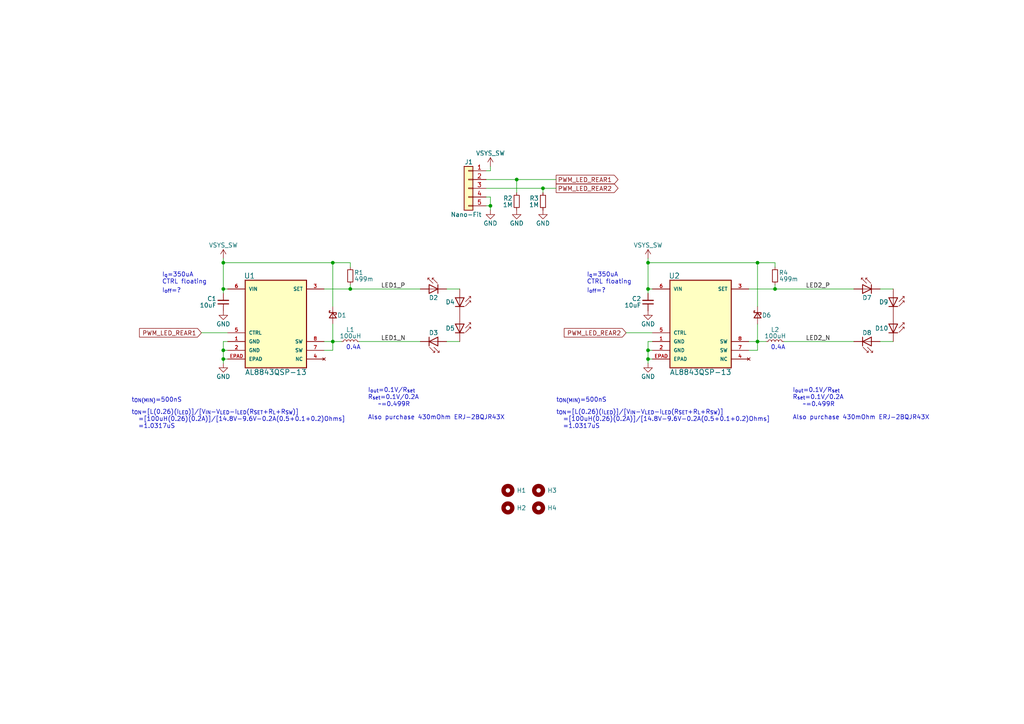
<source format=kicad_sch>
(kicad_sch (version 20211123) (generator eeschema)
  (paper "A4")
  (title_block (title "Project Falcon") (date "2022-02-11") (rev "1A") (company "University of Waterloo") (comment 1 "Mechatronics Engineering") (comment 2 "Final Year Design Project (Capstone)") (comment 3 "Alex Petkovic") (comment 4 "Rear Auxilliary PCB"))
  (lib_symbols
    (symbol "Connector_Generic:Conn_01x05" (pin_names (offset 1.016) hide)
      (property "Reference" "J" (at 0 7.62 0))
      (property "Value" "Conn_01x05" (at 0 -7.62 0))
      (symbol "Conn_01x05_1_1"
        (rectangle (start -1.27 -4.953) (end 0 -5.207) (stroke (width 0.1524)))
        (rectangle (start -1.27 -2.413) (end 0 -2.667) (stroke (width 0.1524)))
        (rectangle (start -1.27 0.127) (end 0 -0.127) (stroke (width 0.1524)))
        (rectangle (start -1.27 2.667) (end 0 2.413) (stroke (width 0.1524)))
        (rectangle (start -1.27 5.207) (end 0 4.953) (stroke (width 0.1524)))
        (rectangle (start -1.27 6.35) (end 1.27 -6.35) (stroke (width 0.254)) (fill (type background)))
        (pin passive line (at -5.08 5.08 0) (length 3.81) (name "Pin_1") (number "1"))
        (pin passive line (at -5.08 2.54 0) (length 3.81) (name "Pin_2") (number "2"))
        (pin passive line (at -5.08 0 0) (length 3.81) (name "Pin_3") (number "3"))
        (pin passive line (at -5.08 -2.54 0) (length 3.81) (name "Pin_4") (number "4"))
        (pin passive line (at -5.08 -5.08 0) (length 3.81) (name "Pin_5") (number "5"))
      )
    )
    (symbol "Device:C_Small" (pin_numbers hide) (pin_names (offset 0.254) hide)
      (property "Reference" "C" (at 0.254 1.778 0))
      (property "Value" "C_Small" (at 0.254 -2.032 0))
      (symbol "C_Small_0_1"
        (polyline (pts (xy -1.524 -0.508) (xy 1.524 -0.508)) (stroke (width 0.3302)))
        (polyline (pts (xy -1.524 0.508) (xy 1.524 0.508)) (stroke (width 0.3048)))
      )
      (symbol "C_Small_1_1"
        (pin passive line (at 0 2.54 270) (length 2.032) (name "~") (number "1"))
        (pin passive line (at 0 -2.54 90) (length 2.032) (name "~") (number "2"))
      )
    )
    (symbol "Device:D_Schottky_Small" (pin_numbers hide) (pin_names (offset 0.254) hide)
      (property "Reference" "D" (at -1.27 2.032 0))
      (property "Value" "D_Schottky_Small" (at -7.112 -2.032 0))
      (symbol "D_Schottky_Small_0_1"
        (polyline (pts (xy -0.762 0) (xy 0.762 0)))
        (polyline (pts (xy 0.762 -1.016) (xy -0.762 0) (xy 0.762 1.016) (xy 0.762 -1.016)) (stroke (width 0.254)))
        (polyline (pts (xy -1.27 0.762) (xy -1.27 1.016) (xy -0.762 1.016) (xy -0.762 -1.016) (xy -0.254 -1.016) (xy -0.254 -0.762)) (stroke (width 0.254)))
      )
      (symbol "D_Schottky_Small_1_1"
        (pin passive line (at -2.54 0 0) (length 1.778) (name "K") (number "1"))
        (pin passive line (at 2.54 0 180) (length 1.778) (name "A") (number "2"))
      )
    )
    (symbol "Device:L_Small" (pin_numbers hide) (pin_names (offset 0.254) hide)
      (property "Reference" "L" (at 0.762 1.016 0))
      (property "Value" "L_Small" (at 0.762 -1.016 0))
      (symbol "L_Small_0_1"
        (arc (start 0 -2.032) (mid 0.508 -1.524) (end 0 -1.016))
        (arc (start 0 -1.016) (mid 0.508 -0.508) (end 0 0))
        (arc (start 0 0) (mid 0.508 0.508) (end 0 1.016))
        (arc (start 0 1.016) (mid 0.508 1.524) (end 0 2.032))
      )
      (symbol "L_Small_1_1"
        (pin passive line (at 0 2.54 270) (length 0.508) (name "~") (number "1"))
        (pin passive line (at 0 -2.54 90) (length 0.508) (name "~") (number "2"))
      )
    )
    (symbol "Device:R_Small" (pin_numbers hide) (pin_names (offset 0.254) hide)
      (property "Reference" "R" (at 0.762 0.508 0))
      (property "Value" "R_Small" (at 0.762 -1.016 0))
      (symbol "R_Small_0_1"
        (rectangle (start -0.762 1.778) (end 0.762 -1.778) (stroke (width 0.2032)))
      )
      (symbol "R_Small_1_1"
        (pin passive line (at 0 2.54 270) (length 0.762) (name "~") (number "1"))
        (pin passive line (at 0 -2.54 90) (length 0.762) (name "~") (number "2"))
      )
    )
    (symbol "JetkovKiCADLib:AL8843QSP-13" (pin_names (offset 1.016))
      (property "Reference" "U" (at -7.62 12.7 0))
      (property "Value" "AL8843QSP-13" (at 0 -15.24 0))
      (symbol "AL8843QSP-13_0_1"
        (rectangle (start -8.89 11.43) (end 8.89 -13.97) (stroke (width 0.3048)) (fill (type background)))
      )
      (symbol "AL8843QSP-13_1_1"
        (pin power_in line (at -13.97 -6.35 0) (length 5.08) (name "GND") (number "1"))
        (pin power_in line (at -13.97 -8.89 0) (length 5.08) (name "GND") (number "2"))
        (pin unspecified line (at 13.97 8.89 180) (length 5.08) (name "SET") (number "3"))
        (pin no_connect line (at 13.97 -11.43 180) (length 5.08) (name "NC") (number "4"))
        (pin unspecified line (at -13.97 -3.81 0) (length 5.08) (name "CTRL") (number "5"))
        (pin unspecified line (at -13.97 8.89 0) (length 5.08) (name "VIN") (number "6"))
        (pin unspecified line (at 13.97 -8.89 180) (length 5.08) (name "SW") (number "7"))
        (pin unspecified line (at 13.97 -6.35 180) (length 5.08) (name "SW") (number "8"))
        (pin unspecified line (at -13.97 -11.43 0) (length 5.08) (name "EPAD") (number "EPAD"))
      )
    )
    (symbol "JetkovKiCADLib:VSYS_SW" (power) (pin_names (offset 0))
      (property "Value" "VSYS_SW" (at 0 3.556 0))
      (symbol "VSYS_SW_0_1"
        (polyline (pts (xy -0.762 1.27) (xy 0 2.54)))
        (polyline (pts (xy 0 0) (xy 0 2.54)))
        (polyline (pts (xy 0 2.54) (xy 0.762 1.27)))
      )
      (symbol "VSYS_SW_1_1"
        (pin power_in line (at 0 0 90) (length 0) hide (name "VSYS_SW") (number "1"))
      )
    )
    (symbol "JetkovKiCADLib:XQA LED 1616 SMD" (pin_numbers hide) (pin_names (offset 1.016) hide)
      (property "Reference" "D" (at 0.508 1.778 0))
      (symbol "XQA LED 1616 SMD_0_1"
        (polyline (pts (xy -2.54 0) (xy 0 0)))
        (polyline (pts (xy -2.54 1.27) (xy -2.54 -1.27)) (stroke (width 0.254)))
        (polyline (pts (xy 0.381 3.175) (xy -0.127 3.175)))
        (polyline (pts (xy -1.143 1.651) (xy 0.381 3.175) (xy 0.381 2.667)))
        (polyline (pts (xy 0 -1.27) (xy 0 1.27) (xy -2.54 0) (xy 0 -1.27)) (stroke (width 0.254)))
        (polyline (pts (xy -2.413 1.651) (xy -0.889 3.175) (xy -0.889 2.667) (xy -0.889 3.175) (xy -1.397 3.175)))
      )
      (symbol "XQA LED 1616 SMD_1_1"
        (pin passive line (at -5.08 0 0) (length 2.54) (name "K") (number "1"))
        (pin passive line (at 2.54 0 180) (length 2.54) (name "A") (number "2"))
      )
    )
    (symbol "Mechanical:MountingHole" (pin_names (offset 1.016))
      (property "Reference" "H" (at 0 5.08 0))
      (property "Value" "MountingHole" (at 0 3.175 0))
      (symbol "MountingHole_0_1"
        (circle (center 0 0) (radius 1.27) (stroke (width 1.27)))
      )
    )
    (symbol "power:GND" (power) (pin_names (offset 0))
      (property "Value" "GND" (at 0 -3.81 0))
      (symbol "GND_0_1"
        (polyline (pts (xy 0 0) (xy 0 -1.27) (xy 1.27 -1.27) (xy 0 -2.54) (xy -1.27 -1.27) (xy 0 -1.27)))
      )
      (symbol "GND_1_1"
        (pin power_in line (at 0 0 270) (length 0) hide (name "GND") (number "1"))
      )
    )
  )
  (junction (at 219.71 99.06))
  (junction (at 142.24 59.69))
  (junction (at 64.77 76.2))
  (junction (at 224.79 83.82))
  (junction (at 187.96 104.14))
  (junction (at 96.52 76.2))
  (junction (at 64.77 101.6))
  (junction (at 96.52 99.06))
  (junction (at 64.77 83.82))
  (junction (at 187.96 76.2))
  (junction (at 149.86 52.07))
  (junction (at 187.96 101.6))
  (junction (at 157.48 54.61))
  (junction (at 64.77 104.14))
  (junction (at 187.96 83.82))
  (junction (at 101.6 83.82))
  (junction (at 219.71 76.2))
  (wire (pts (xy 149.86 52.07) (xy 161.29 52.07)))
  (wire (pts (xy 140.97 52.07) (xy 149.86 52.07)))
  (wire (pts (xy 187.96 99.06) (xy 187.96 101.6)))
  (wire (pts (xy 64.77 104.14) (xy 64.77 105.41)))
  (wire (pts (xy 93.98 83.82) (xy 101.6 83.82)))
  (wire (pts (xy 101.6 76.2) (xy 96.52 76.2)))
  (wire (pts (xy 157.48 54.61) (xy 157.48 55.88)))
  (wire (pts (xy 187.96 104.14) (xy 189.23 104.14)))
  (wire (pts (xy 142.24 49.53) (xy 142.24 48.26)))
  (wire (pts (xy 64.77 99.06) (xy 64.77 101.6)))
  (wire (pts (xy 181.61 96.52) (xy 189.23 96.52)))
  (wire (pts (xy 142.24 60.96) (xy 142.24 59.69)))
  (wire (pts (xy 224.79 76.2) (xy 219.71 76.2)))
  (wire (pts (xy 96.52 99.06) (xy 99.06 99.06)))
  (wire (pts (xy 259.08 83.82) (xy 255.27 83.82)))
  (wire (pts (xy 187.96 99.06) (xy 189.23 99.06)))
  (wire (pts (xy 219.71 99.06) (xy 222.25 99.06)))
  (wire (pts (xy 133.35 83.82) (xy 129.54 83.82)))
  (wire (pts (xy 64.77 76.2) (xy 64.77 83.82)))
  (wire (pts (xy 64.77 99.06) (xy 66.04 99.06)))
  (wire (pts (xy 140.97 49.53) (xy 142.24 49.53)))
  (wire (pts (xy 224.79 83.82) (xy 224.79 82.55)))
  (wire (pts (xy 187.96 83.82) (xy 189.23 83.82)))
  (wire (pts (xy 101.6 83.82) (xy 121.92 83.82)))
  (wire (pts (xy 149.86 52.07) (xy 149.86 55.88)))
  (wire (pts (xy 64.77 83.82) (xy 66.04 83.82)))
  (wire (pts (xy 64.77 83.82) (xy 64.77 85.09)))
  (wire (pts (xy 64.77 76.2) (xy 96.52 76.2)))
  (wire (pts (xy 187.96 74.93) (xy 187.96 76.2)))
  (wire (pts (xy 187.96 76.2) (xy 219.71 76.2)))
  (wire (pts (xy 64.77 104.14) (xy 66.04 104.14)))
  (wire (pts (xy 219.71 101.6) (xy 219.71 99.06)))
  (wire (pts (xy 255.27 99.06) (xy 259.08 99.06)))
  (wire (pts (xy 64.77 74.93) (xy 64.77 76.2)))
  (wire (pts (xy 101.6 83.82) (xy 101.6 82.55)))
  (wire (pts (xy 64.77 101.6) (xy 64.77 104.14)))
  (wire (pts (xy 140.97 54.61) (xy 157.48 54.61)))
  (wire (pts (xy 64.77 101.6) (xy 66.04 101.6)))
  (wire (pts (xy 224.79 83.82) (xy 247.65 83.82)))
  (wire (pts (xy 142.24 59.69) (xy 142.24 57.15)))
  (wire (pts (xy 224.79 77.47) (xy 224.79 76.2)))
  (wire (pts (xy 142.24 57.15) (xy 140.97 57.15)))
  (wire (pts (xy 187.96 101.6) (xy 189.23 101.6)))
  (wire (pts (xy 96.52 76.2) (xy 96.52 88.9)))
  (wire (pts (xy 217.17 101.6) (xy 219.71 101.6)))
  (wire (pts (xy 58.42 96.52) (xy 66.04 96.52)))
  (wire (pts (xy 187.96 104.14) (xy 187.96 105.41)))
  (wire (pts (xy 157.48 54.61) (xy 161.29 54.61)))
  (wire (pts (xy 96.52 101.6) (xy 96.52 99.06)))
  (wire (pts (xy 217.17 99.06) (xy 219.71 99.06)))
  (wire (pts (xy 93.98 101.6) (xy 96.52 101.6)))
  (wire (pts (xy 217.17 83.82) (xy 224.79 83.82)))
  (wire (pts (xy 140.97 59.69) (xy 142.24 59.69)))
  (wire (pts (xy 93.98 99.06) (xy 96.52 99.06)))
  (wire (pts (xy 129.54 99.06) (xy 133.35 99.06)))
  (wire (pts (xy 219.71 93.98) (xy 219.71 99.06)))
  (wire (pts (xy 96.52 93.98) (xy 96.52 99.06)))
  (wire (pts (xy 227.33 99.06) (xy 247.65 99.06)))
  (wire (pts (xy 187.96 83.82) (xy 187.96 85.09)))
  (wire (pts (xy 219.71 76.2) (xy 219.71 88.9)))
  (wire (pts (xy 187.96 76.2) (xy 187.96 83.82)))
  (wire (pts (xy 187.96 101.6) (xy 187.96 104.14)))
  (wire (pts (xy 101.6 77.47) (xy 101.6 76.2)))
  (wire (pts (xy 104.14 99.06) (xy 121.92 99.06)))
  (text "Also purchase 430mOhm ERJ-2BQJR43X" (at 106.68 121.92 0) (effects (font (size 1.27 1.27)) (justify left bottom)))
  (text "I_{off}=?" (at 170.18 85.09 0) (effects (font (size 1.27 1.27)) (justify left bottom)))
  (text "t_{ON(MIN)}=500nS" (at 161.29 116.84 0) (effects (font (size 1.27 1.27)) (justify left bottom)))
  (text "I_{q}=350uA\nCTRL floating" (at 46.99 82.55 0) (effects (font (size 1.27 1.27)) (justify left bottom)))
  (text "t_{ON}=[L(0.26)(I_{LED})]/[V_{IN}-V_{LED}-I_{LED}(R_{SET}+R_{L}+R_{SW})]\n  =[100uH(0.26)(0.2A)]/[14.8V-9.6V-0.2A(0.5+0.1+0.2)Ohms]\n  =1.0317uS" (at 38.1 124.46 0) (effects (font (size 1.27 1.27)) (justify left bottom)))
  (text "I_{out}=0.1V/R_{set}\nR_{set}=0.1V/0.2A\n   ~=0.499R" (at 106.68 118.11 0) (effects (font (size 1.27 1.27)) (justify left bottom)))
  (text "t_{ON}=[L(0.26)(I_{LED})]/[V_{IN}-V_{LED}-I_{LED}(R_{SET}+R_{L}+R_{SW})]\n  =[100uH(0.26)(0.2A)]/[14.8V-9.6V-0.2A(0.5+0.1+0.2)Ohms]\n  =1.0317uS" (at 161.29 124.46 0) (effects (font (size 1.27 1.27)) (justify left bottom)))
  (text "I_{out}=0.1V/R_{set}\nR_{set}=0.1V/0.2A\n   ~=0.499R" (at 229.87 118.11 0) (effects (font (size 1.27 1.27)) (justify left bottom)))
  (text "0.4A" (at 223.52 101.6 0) (effects (font (size 1.27 1.27)) (justify left bottom)))
  (text "I_{q}=350uA\nCTRL floating" (at 170.18 82.55 0) (effects (font (size 1.27 1.27)) (justify left bottom)))
  (text "0.4A" (at 100.33 101.6 0) (effects (font (size 1.27 1.27)) (justify left bottom)))
  (text "I_{off}=?" (at 46.99 85.09 0) (effects (font (size 1.27 1.27)) (justify left bottom)))
  (text "t_{ON(MIN)}=500nS" (at 38.1 116.84 0) (effects (font (size 1.27 1.27)) (justify left bottom)))
  (text "Also purchase 430mOhm ERJ-2BQJR43X" (at 229.87 121.92 0) (effects (font (size 1.27 1.27)) (justify left bottom)))
  (label "LED1_N" (at 110.49 99.06 0))
  (label "LED2_N" (at 233.68 99.06 0))
  (label "LED2_P" (at 233.68 83.82 0))
  (label "LED1_P" (at 110.49 83.82 0))
  (global_label "PWM_LED_REAR1" (shape input) (at 58.42 96.52 180) (property "Intersheet References" "${INTERSHEET_REFS}" (effects hide)))
  (global_label "PWM_LED_REAR1" (shape output) (at 161.29 52.07 0) (property "Intersheet References" "${INTERSHEET_REFS}" (effects hide)))
  (global_label "PWM_LED_REAR2" (shape input) (at 181.61 96.52 180) (property "Intersheet References" "${INTERSHEET_REFS}" (effects hide)))
  (global_label "PWM_LED_REAR2" (shape output) (at 161.29 54.61 0) (property "Intersheet References" "${INTERSHEET_REFS}" (effects hide)))
  (symbol (lib_id "power:GND") (at 157.48 60.96 0) (unit 1)
    (property "Reference" "#PWR06" (effects hide))
    (property "Value" "GND" (at 157.48 64.77 0))
  )
  (symbol (lib_id "power:GND") (at 187.96 90.17 0) (unit 1)
    (property "Reference" "#PWR08" (effects hide))
    (property "Value" "GND" (at 187.96 93.98 0))
  )
  (symbol (lib_id "JetkovKiCADLib:XQA LED 1616 SMD") (at 133.35 93.98 270) (mirror x) (unit 1)
    (property "Reference" "D5" (at 131.9324 95.2191 90) (effects (justify right)))
    (property "Value" "XQA LED 1616 SMD" (effects hide))
    (property "Footprint" "JetkovKiCADLib:XQ-A-LED_Large" (effects hide))
    (property "Datasheet" "https://cree-led.com/media/documents/ds-XQA.pdf" (effects hide))
    (property "Part Number" "XQARED-02-0000-000000W01" (effects hide))
    (property "Manufacturer" "CreeLED, Inc." (effects hide))
    (property "Description" "XQA LED 1616 SMD" (effects hide))
    (property "Temp Range" "-40°C +125°C" (effects hide))
    (property "Color" "Red" (effects hide))
    (property "Voltage" "2,2Vf" (effects hide))
  )
  (symbol (lib_id "Device:C_Small") (at 64.77 87.63 0) (mirror x) (unit 1)
    (property "Reference" "C1" (at 62.7834 86.6464 0) (effects (justify right)))
    (property "Value" "10uF" (at 62.7842 88.5488 0) (effects (justify right)))
    (property "Footprint" "Capacitor_SMD:C_1210_3225Metric" (effects hide))
    (property "Datasheet" "https://product.tdk.com/system/files/dam/doc/product/capacitor/ceramic/mlcc/catalog/mlcc_automotive_general_en.pdf" (effects hide))
    (property "Description" "CAP CER 10UF 50V X7S 1210" (effects hide))
    (property "Manufacturer" "TDK Corporation" (effects hide))
    (property "Part Number" "CGA6P3X7S1H106K250AB " (effects hide))
    (property "Temp Range" "-55°C +125°C" (effects hide))
    (property "Tolerance" "10%" (effects hide))
    (property "Voltage" "50V" (effects hide))
  )
  (symbol (lib_id "Mechanical:MountingHole") (at 147.32 147.32 0) (unit 1)
    (property "Reference" "H2" (at 149.86 147.3199 0) (effects (justify left)))
    (property "Value" "MountingHole" (effects hide))
    (property "Footprint" "JetkovKiCADLib:MountingHole_2.7mm_M2.5_Clearanced" (effects hide))
  )
  (symbol (lib_id "Device:L_Small") (at 101.6 99.06 90) (unit 1)
    (property "Reference" "L1" (at 101.5968 95.6229 90))
    (property "Value" "100uH" (at 101.6454 97.4596 90))
    (property "Footprint" "JetkovKiCADLib:L_Taiyo-Yuden_NR-60xx_HandSoldering" (effects hide))
    (property "Datasheet" "https://ds.yuden.co.jp/TYCOMPAS/ut/detail?pn=LSXBD6060WHL101M&u=M" (effects hide))
    (property "Description" "FIXED IND 100UH 660MA 780MOHM SM" (effects hide))
    (property "Manufacturer" "Taiyo Yuden" (effects hide))
    (property "Part Number" "NR6028T101M" (effects hide))
    (property "Temp Range" "-25°C +120°C" (effects hide))
    (property "Tolerance" "20%" (effects hide))
  )
  (symbol (lib_id "Mechanical:MountingHole") (at 156.21 147.32 0) (unit 1)
    (property "Reference" "H4" (at 158.75 147.3199 0) (effects (justify left)))
    (property "Value" "MountingHole" (effects hide))
    (property "Footprint" "JetkovKiCADLib:MountingHole_2.7mm_M2.5_Clearanced" (effects hide))
  )
  (symbol (lib_id "power:GND") (at 149.86 60.96 0) (unit 1)
    (property "Reference" "#PWR05" (effects hide))
    (property "Value" "GND" (at 149.86 64.77 0))
  )
  (symbol (lib_id "power:GND") (at 64.77 105.41 0) (unit 1)
    (property "Reference" "#PWR0101" (effects hide))
    (property "Value" "GND" (at 64.77 109.22 0))
  )
  (symbol (lib_id "Device:D_Schottky_Small") (at 96.52 91.44 90) (mirror x) (unit 1)
    (property "Reference" "D1" (at 97.79 91.44 90) (effects (justify right)))
    (property "Value" "500mA" (effects hide))
    (property "Footprint" "JetkovKiCADLib:SC-76-SOD-323_USC_TSB" (effects hide))
    (property "Datasheet" "https://toshiba.semicon-storage.com/info/docget.jsp?did=10394&prodName=CUS551V30" (effects hide))
    (property "Description" "DIODE SCHOTTKY 30V 500MA USC" (effects hide))
    (property "Manufacturer" "Toshiba Semiconductor and Storage" (effects hide))
    (property "Part Number" "CUS551V30,H3F" (effects hide))
    (property "Temp Range" "-55°C +125°C" (effects hide))
  )
  (symbol (lib_id "power:GND") (at 142.24 60.96 0) (mirror y) (unit 1)
    (property "Reference" "#PWR04" (effects hide))
    (property "Value" "GND" (at 142.24 64.77 0))
  )
  (symbol (lib_id "JetkovKiCADLib:XQA LED 1616 SMD") (at 259.08 93.98 270) (mirror x) (unit 1)
    (property "Reference" "D10" (at 257.6624 95.2191 90) (effects (justify right)))
    (property "Value" "XQA LED 1616 SMD" (effects hide))
    (property "Footprint" "JetkovKiCADLib:XQ-A-LED_Large" (effects hide))
    (property "Datasheet" "https://cree-led.com/media/documents/ds-XQA.pdf" (effects hide))
    (property "Part Number" "XQARED-02-0000-000000W01" (effects hide))
    (property "Manufacturer" "CreeLED, Inc." (effects hide))
    (property "Description" "XQA LED 1616 SMD" (effects hide))
    (property "Temp Range" "-40°C +125°C" (effects hide))
    (property "Color" "Red" (effects hide))
    (property "Voltage" "2,2Vf" (effects hide))
  )
  (symbol (lib_id "Mechanical:MountingHole") (at 156.21 142.24 0) (unit 1)
    (property "Reference" "H3" (at 158.75 142.2399 0) (effects (justify left)))
    (property "Value" "MountingHole" (effects hide))
    (property "Footprint" "JetkovKiCADLib:MountingHole_2.7mm_M2.5_Clearanced" (effects hide))
  )
  (symbol (lib_id "Device:C_Small") (at 187.96 87.63 0) (mirror x) (unit 1)
    (property "Reference" "C2" (at 185.9734 86.6464 0) (effects (justify right)))
    (property "Value" "10uF" (at 185.9742 88.5488 0) (effects (justify right)))
    (property "Footprint" "Capacitor_SMD:C_1210_3225Metric" (effects hide))
    (property "Datasheet" "https://product.tdk.com/system/files/dam/doc/product/capacitor/ceramic/mlcc/catalog/mlcc_automotive_general_en.pdf" (effects hide))
    (property "Description" "CAP CER 10UF 50V X7S 1210" (effects hide))
    (property "Manufacturer" "TDK Corporation" (effects hide))
    (property "Part Number" "CGA6P3X7S1H106K250AB " (effects hide))
    (property "Temp Range" "-55°C +125°C" (effects hide))
    (property "Tolerance" "10%" (effects hide))
    (property "Voltage" "50V" (effects hide))
  )
  (symbol (lib_id "JetkovKiCADLib:XQA LED 1616 SMD") (at 259.08 86.36 270) (mirror x) (unit 1)
    (property "Reference" "D9" (at 257.6624 87.5991 90) (effects (justify right)))
    (property "Value" "XQA LED 1616 SMD" (effects hide))
    (property "Footprint" "JetkovKiCADLib:XQ-A-LED_Large" (effects hide))
    (property "Datasheet" "https://cree-led.com/media/documents/ds-XQA.pdf" (effects hide))
    (property "Part Number" "XQARED-02-0000-000000W01" (effects hide))
    (property "Manufacturer" "CreeLED, Inc." (effects hide))
    (property "Description" "XQA LED 1616 SMD" (effects hide))
    (property "Temp Range" "-40°C +125°C" (effects hide))
    (property "Color" "Red" (effects hide))
    (property "Voltage" "2,2Vf" (effects hide))
  )
  (symbol (lib_id "Device:R_Small") (at 101.6 80.01 0) (mirror x) (unit 1)
    (property "Reference" "R1" (at 102.6999 79.0802 0) (effects (justify left)))
    (property "Value" "499m" (at 102.7694 80.9328 0) (effects (justify left)))
    (property "Footprint" "Resistor_SMD:R_0402_1005Metric" (effects hide))
    (property "Datasheet" "https://www.yageo.com/upload/media/product/productsearch/datasheet/rchip/PYu-RL_Group_521_RoHS_L_2.pdf" (effects hide))
    (property "Description" "RES 0.499 OHM 1% 1/16W 0402" (effects hide))
    (property "Manufacturer" "YAGEO" (effects hide))
    (property "Part Number" "RL0402FR-070R499L" (effects hide))
    (property "Temp Range" "-55°C +155°C" (effects hide))
    (property "Power" "0.063W" (effects hide))
    (property "Tolerance" "1%" (effects hide))
  )
  (symbol (lib_id "JetkovKiCADLib:XQA LED 1616 SMD") (at 124.46 83.82 0) (mirror y) (unit 1)
    (property "Reference" "D2" (at 125.73 86.36 0))
    (property "Value" "XQA LED 1616 SMD" (effects hide))
    (property "Footprint" "JetkovKiCADLib:XQ-A-LED_Large" (effects hide))
    (property "Datasheet" "https://cree-led.com/media/documents/ds-XQA.pdf" (effects hide))
    (property "Part Number" "XQARED-02-0000-000000W01" (effects hide))
    (property "Manufacturer" "CreeLED, Inc." (effects hide))
    (property "Description" "XQA LED 1616 SMD" (effects hide))
    (property "Temp Range" "-40°C +125°C" (effects hide))
    (property "Color" "Red" (effects hide))
    (property "Voltage" "2,2Vf" (effects hide))
  )
  (symbol (lib_id "JetkovKiCADLib:XQA LED 1616 SMD") (at 252.73 99.06 0) (mirror x) (unit 1)
    (property "Reference" "D8" (at 251.46 96.52 0))
    (property "Value" "XQA LED 1616 SMD" (effects hide))
    (property "Footprint" "JetkovKiCADLib:XQ-A-LED_Large" (effects hide))
    (property "Datasheet" "https://cree-led.com/media/documents/ds-XQA.pdf" (effects hide))
    (property "Part Number" "XQARED-02-0000-000000W01" (effects hide))
    (property "Manufacturer" "CreeLED, Inc." (effects hide))
    (property "Description" "XQA LED 1616 SMD" (effects hide))
    (property "Temp Range" "-40°C +125°C" (effects hide))
    (property "Color" "Red" (effects hide))
    (property "Voltage" "2,2Vf" (effects hide))
  )
  (symbol (lib_id "power:GND") (at 64.77 90.17 0) (unit 1)
    (property "Reference" "#PWR02" (effects hide))
    (property "Value" "GND" (at 64.77 93.98 0))
  )
  (symbol (lib_id "Connector_Generic:Conn_01x05") (at 135.89 54.61 0) (mirror y) (unit 1)
    (property "Reference" "J1" (at 137.16 46.99 0) (effects (justify left)))
    (property "Value" "Nano-Fit" (at 139.7 62.23 0) (effects (justify left)))
    (property "Footprint" "JetkovKiCADLib:Molex_Nano-Fit_105313-xx05_1x05_P2.50mm_Horizontal" (effects hide))
    (property "Datasheet" "https://www.molex.com/pdm_docs/ps/PS-105300-100-001.pdf" (effects hide))
    (property "Description" "CONN HEADER VERT 5POS 2.5MM" (effects hide))
    (property "Manufacturer" "Molex" (effects hide))
    (property "Part Number" "1053091105" (effects hide))
    (property "Temp Range" "-40°C +105°C" (effects hide))
  )
  (symbol (lib_id "JetkovKiCADLib:VSYS_SW") (at 142.24 48.26 0) (mirror y) (unit 1)
    (property "Reference" "#PWR03" (effects hide))
    (property "Value" "VSYS_SW" (at 142.24 44.45 0))
  )
  (symbol (lib_id "JetkovKiCADLib:XQA LED 1616 SMD") (at 127 99.06 0) (mirror x) (unit 1)
    (property "Reference" "D3" (at 125.73 96.52 0))
    (property "Value" "XQA LED 1616 SMD" (effects hide))
    (property "Footprint" "JetkovKiCADLib:XQ-A-LED_Large" (effects hide))
    (property "Datasheet" "https://cree-led.com/media/documents/ds-XQA.pdf" (effects hide))
    (property "Part Number" "XQARED-02-0000-000000W01" (effects hide))
    (property "Manufacturer" "CreeLED, Inc." (effects hide))
    (property "Description" "XQA LED 1616 SMD" (effects hide))
    (property "Temp Range" "-40°C +125°C" (effects hide))
    (property "Color" "Red" (effects hide))
    (property "Voltage" "2,2Vf" (effects hide))
  )
  (symbol (lib_id "Device:R_Small") (at 224.79 80.01 0) (mirror x) (unit 1)
    (property "Reference" "R4" (at 225.8899 79.0802 0) (effects (justify left)))
    (property "Value" "499m" (at 225.9594 80.9328 0) (effects (justify left)))
    (property "Footprint" "Resistor_SMD:R_0402_1005Metric" (effects hide))
    (property "Datasheet" "https://www.yageo.com/upload/media/product/productsearch/datasheet/rchip/PYu-RL_Group_521_RoHS_L_2.pdf" (effects hide))
    (property "Description" "RES 0.499 OHM 1% 1/16W 0402" (effects hide))
    (property "Manufacturer" "YAGEO" (effects hide))
    (property "Part Number" "RL0402FR-070R499L" (effects hide))
    (property "Temp Range" "-55°C +155°C" (effects hide))
    (property "Power" "0.063W" (effects hide))
    (property "Tolerance" "1%" (effects hide))
  )
  (symbol (lib_id "JetkovKiCADLib:VSYS_SW") (at 187.96 74.93 0) (unit 1)
    (property "Reference" "#PWR07" (effects hide))
    (property "Value" "VSYS_SW" (at 187.96 71.12 0))
  )
  (symbol (lib_id "Device:R_Small") (at 157.48 58.42 0) (mirror x) (unit 1)
    (property "Reference" "R3" (at 156.2797 57.5191 0) (effects (justify right)))
    (property "Value" "1M" (at 156.3363 59.4069 0) (effects (justify right)))
    (property "Footprint" "Resistor_SMD:R_0402_1005Metric" (effects hide))
    (property "Datasheet" "https://www.seielect.com/catalog/sei-rmcf_rmcp.pdf" (effects hide))
    (property "Description" "RES 1M OHM 1% 1/16W 0402" (effects hide))
    (property "Manufacturer" "Stackpole Electronics Inc" (effects hide))
    (property "Part Number" "RMCF0402FT1M00" (effects hide))
    (property "Temp Range" "-55°C +155°C" (effects hide))
    (property "Tolerance" "1%" (effects hide))
  )
  (symbol (lib_id "power:GND") (at 187.96 105.41 0) (unit 1)
    (property "Reference" "#PWR09" (effects hide))
    (property "Value" "GND" (at 187.96 109.22 0))
  )
  (symbol (lib_id "JetkovKiCADLib:AL8843QSP-13") (at 80.01 92.71 0) (unit 1)
    (property "Reference" "U1" (at 72.39 80.01 0) (effects (font (size 1.524 1.524))))
    (property "Value" "AL8843QSP-13" (at 80.01 107.95 0) (effects (font (size 1.524 1.524))))
    (property "Footprint" "JetkovKiCADLib:8-SOIC_SO-8EP_DIO" (effects hide))
    (property "Datasheet" "https://www.diodes.com/assets/Datasheets/AL8843Q.pdf" (effects hide))
    (property "Part Number" "AL8843QSP-13" (effects hide))
    (property "Manufacturer" "Diodes Incorporated" (effects hide))
    (property "Description" "IC LED MV INT SWITCH SO-8EP" (effects hide))
    (property "Temp Range" "-40°C +125°C" (effects hide))
  )
  (symbol (lib_id "JetkovKiCADLib:XQA LED 1616 SMD") (at 133.35 86.36 270) (mirror x) (unit 1)
    (property "Reference" "D4" (at 131.9324 87.5991 90) (effects (justify right)))
    (property "Value" "XQA LED 1616 SMD" (effects hide))
    (property "Footprint" "JetkovKiCADLib:XQ-A-LED_Large" (effects hide))
    (property "Datasheet" "https://cree-led.com/media/documents/ds-XQA.pdf" (effects hide))
    (property "Part Number" "XQARED-02-0000-000000W01" (effects hide))
    (property "Manufacturer" "CreeLED, Inc." (effects hide))
    (property "Description" "XQA LED 1616 SMD" (effects hide))
    (property "Temp Range" "-40°C +125°C" (effects hide))
    (property "Color" "Red" (effects hide))
    (property "Voltage" "2,2Vf" (effects hide))
  )
  (symbol (lib_id "Device:L_Small") (at 224.79 99.06 90) (unit 1)
    (property "Reference" "L2" (at 224.7868 95.6229 90))
    (property "Value" "100uH" (at 224.8354 97.4596 90))
    (property "Footprint" "JetkovKiCADLib:L_Taiyo-Yuden_NR-60xx_HandSoldering" (effects hide))
    (property "Datasheet" "https://ds.yuden.co.jp/TYCOMPAS/ut/detail?pn=LSXBD6060WHL101M&u=M" (effects hide))
    (property "Description" "FIXED IND 100UH 660MA 780MOHM SM" (effects hide))
    (property "Manufacturer" "Taiyo Yuden" (effects hide))
    (property "Part Number" "NR6028T101M" (effects hide))
    (property "Temp Range" "-25°C +120°C" (effects hide))
    (property "Tolerance" "20%" (effects hide))
  )
  (symbol (lib_id "Device:R_Small") (at 149.86 58.42 0) (mirror x) (unit 1)
    (property "Reference" "R2" (at 148.6597 57.5191 0) (effects (justify right)))
    (property "Value" "1M" (at 148.7163 59.4069 0) (effects (justify right)))
    (property "Footprint" "Resistor_SMD:R_0402_1005Metric" (effects hide))
    (property "Datasheet" "https://www.seielect.com/catalog/sei-rmcf_rmcp.pdf" (effects hide))
    (property "Description" "RES 1M OHM 1% 1/16W 0402" (effects hide))
    (property "Manufacturer" "Stackpole Electronics Inc" (effects hide))
    (property "Part Number" "RMCF0402FT1M00" (effects hide))
    (property "Temp Range" "-55°C +155°C" (effects hide))
    (property "Tolerance" "1%" (effects hide))
  )
  (symbol (lib_id "JetkovKiCADLib:AL8843QSP-13") (at 203.2 92.71 0) (unit 1)
    (property "Reference" "U2" (at 195.58 80.01 0) (effects (font (size 1.524 1.524))))
    (property "Value" "AL8843QSP-13" (at 203.2 107.95 0) (effects (font (size 1.524 1.524))))
    (property "Footprint" "JetkovKiCADLib:8-SOIC_SO-8EP_DIO" (effects hide))
    (property "Datasheet" "https://www.diodes.com/assets/Datasheets/AL8843Q.pdf" (effects hide))
    (property "Part Number" "AL8843QSP-13" (effects hide))
    (property "Manufacturer" "Diodes Incorporated" (effects hide))
    (property "Description" "IC LED MV INT SWITCH SO-8EP" (effects hide))
    (property "Temp Range" "-40°C +125°C" (effects hide))
  )
  (symbol (lib_id "JetkovKiCADLib:VSYS_SW") (at 64.77 74.93 0) (unit 1)
    (property "Reference" "#PWR01" (effects hide))
    (property "Value" "VSYS_SW" (at 64.77 71.12 0))
  )
  (symbol (lib_id "JetkovKiCADLib:XQA LED 1616 SMD") (at 250.19 83.82 0) (mirror y) (unit 1)
    (property "Reference" "D7" (at 251.46 86.36 0))
    (property "Value" "XQA LED 1616 SMD" (effects hide))
    (property "Footprint" "JetkovKiCADLib:XQ-A-LED_Large" (effects hide))
    (property "Datasheet" "https://cree-led.com/media/documents/ds-XQA.pdf" (effects hide))
    (property "Part Number" "XQARED-02-0000-000000W01" (effects hide))
    (property "Manufacturer" "CreeLED, Inc." (effects hide))
    (property "Description" "XQA LED 1616 SMD" (effects hide))
    (property "Temp Range" "-40°C +125°C" (effects hide))
    (property "Color" "Red" (effects hide))
    (property "Voltage" "2,2Vf" (effects hide))
  )
  (symbol (lib_id "Device:D_Schottky_Small") (at 219.71 91.44 90) (mirror x) (unit 1)
    (property "Reference" "D6" (at 220.98 91.44 90) (effects (justify right)))
    (property "Value" "500mA" (effects hide))
    (property "Footprint" "JetkovKiCADLib:SC-76-SOD-323_USC_TSB" (effects hide))
    (property "Datasheet" "https://toshiba.semicon-storage.com/info/docget.jsp?did=10394&prodName=CUS551V30" (effects hide))
    (property "Description" "DIODE SCHOTTKY 30V 500MA USC" (effects hide))
    (property "Manufacturer" "Toshiba Semiconductor and Storage" (effects hide))
    (property "Part Number" "CUS551V30,H3F" (effects hide))
    (property "Temp Range" "-55°C +125°C" (effects hide))
  )
  (symbol (lib_id "Mechanical:MountingHole") (at 147.32 142.24 0) (unit 1)
    (property "Reference" "H1" (at 149.86 142.2399 0) (effects (justify left)))
    (property "Value" "MountingHole" (effects hide))
    (property "Footprint" "JetkovKiCADLib:MountingHole_2.7mm_M2.5_Clearanced" (effects hide))
  )
)
</source>
